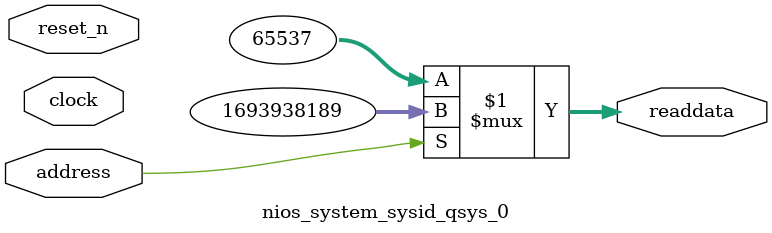
<source format=v>



// synthesis translate_off
`timescale 1ns / 1ps
// synthesis translate_on

// turn off superfluous verilog processor warnings 
// altera message_level Level1 
// altera message_off 10034 10035 10036 10037 10230 10240 10030 

module nios_system_sysid_qsys_0 (
               // inputs:
                address,
                clock,
                reset_n,

               // outputs:
                readdata
             )
;

  output  [ 31: 0] readdata;
  input            address;
  input            clock;
  input            reset_n;

  wire    [ 31: 0] readdata;
  //control_slave, which is an e_avalon_slave
  assign readdata = address ? 1693938189 : 65537;

endmodule



</source>
